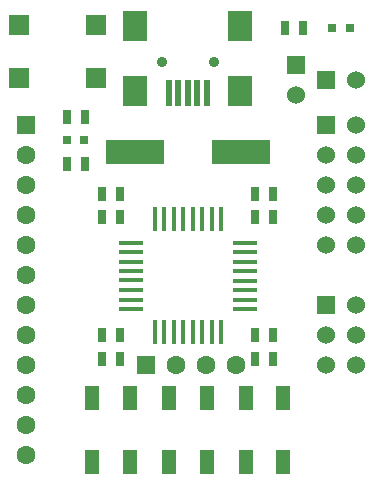
<source format=gts>
G04 (created by PCBNEW (22-Jun-2014 BZR 4027)-stable) date Tue Nov  3 08:39:22 2015*
%MOIN*%
G04 Gerber Fmt 3.4, Leading zero omitted, Abs format*
%FSLAX34Y34*%
G01*
G70*
G90*
G04 APERTURE LIST*
%ADD10C,0.00590551*%
%ADD11R,0.0177X0.0787*%
%ADD12R,0.0787X0.0177*%
%ADD13R,0.0197X0.0906*%
%ADD14R,0.0787X0.0984*%
%ADD15C,0.0354*%
%ADD16R,0.06X0.06*%
%ADD17C,0.06*%
%ADD18R,0.19685X0.0787402*%
%ADD19R,0.0472X0.0787*%
%ADD20R,0.07X0.07*%
%ADD21C,0.0629921*%
%ADD22R,0.025X0.045*%
%ADD23R,0.0314X0.0314*%
G04 APERTURE END LIST*
G54D10*
G54D11*
X44576Y-46529D03*
X44891Y-46529D03*
X45206Y-46529D03*
X45521Y-46529D03*
X45836Y-46529D03*
X46151Y-46529D03*
X46466Y-46529D03*
X46781Y-46529D03*
X46779Y-50295D03*
X44569Y-50295D03*
X44889Y-50295D03*
X45209Y-50295D03*
X45519Y-50295D03*
X45839Y-50295D03*
X46149Y-50295D03*
X46469Y-50295D03*
G54D12*
X47569Y-47313D03*
X47569Y-47627D03*
X47569Y-47943D03*
X47569Y-48257D03*
X47569Y-48573D03*
X47569Y-48887D03*
X47569Y-49203D03*
X47569Y-49517D03*
X43789Y-47315D03*
X43789Y-47625D03*
X43789Y-47945D03*
X43789Y-48255D03*
X43789Y-48565D03*
X43789Y-48885D03*
X43789Y-49205D03*
X43789Y-49525D03*
G54D13*
X46299Y-42302D03*
X45984Y-42302D03*
X45669Y-42302D03*
X45354Y-42302D03*
X45039Y-42302D03*
G54D14*
X47421Y-42263D03*
X47421Y-40098D03*
X43917Y-42263D03*
X43917Y-40098D03*
G54D15*
X46535Y-41279D03*
X44803Y-41279D03*
G54D16*
X50263Y-43370D03*
G54D17*
X51263Y-43370D03*
X50263Y-44370D03*
X51263Y-44370D03*
X50263Y-45370D03*
X51263Y-45370D03*
X50263Y-46370D03*
X51263Y-46370D03*
X50263Y-47370D03*
X51263Y-47370D03*
G54D16*
X50263Y-49370D03*
G54D17*
X51263Y-49370D03*
X50263Y-50370D03*
X51263Y-50370D03*
X50263Y-51370D03*
X51263Y-51370D03*
G54D18*
X47440Y-44291D03*
X43897Y-44291D03*
G54D19*
X48858Y-52480D03*
X47598Y-52480D03*
X47598Y-54606D03*
X48858Y-54606D03*
X46299Y-52480D03*
X45039Y-52480D03*
X45039Y-54606D03*
X46299Y-54606D03*
G54D20*
X40058Y-40058D03*
X42618Y-40058D03*
X40058Y-41830D03*
X42618Y-41830D03*
G54D16*
X50263Y-41870D03*
G54D17*
X51263Y-41870D03*
G54D16*
X49263Y-41370D03*
G54D17*
X49263Y-42370D03*
G54D16*
X40263Y-43370D03*
G54D21*
X40263Y-44370D03*
X40263Y-45370D03*
X40263Y-46370D03*
X40263Y-47370D03*
X40263Y-48370D03*
X40263Y-49370D03*
X40263Y-50370D03*
X40263Y-51370D03*
X40263Y-52370D03*
X40263Y-53370D03*
X40263Y-54370D03*
G54D19*
X43740Y-52480D03*
X42480Y-52480D03*
X42480Y-54606D03*
X43740Y-54606D03*
G54D22*
X47928Y-46456D03*
X48528Y-46456D03*
X48912Y-40157D03*
X49512Y-40157D03*
X42229Y-44685D03*
X41629Y-44685D03*
X47928Y-45669D03*
X48528Y-45669D03*
X43410Y-45669D03*
X42810Y-45669D03*
X48528Y-51181D03*
X47928Y-51181D03*
X43410Y-46456D03*
X42810Y-46456D03*
X43410Y-50393D03*
X42810Y-50393D03*
X43410Y-51181D03*
X42810Y-51181D03*
X48528Y-50393D03*
X47928Y-50393D03*
G54D23*
X50492Y-40157D03*
X51082Y-40157D03*
X41634Y-43897D03*
X42224Y-43897D03*
G54D22*
X41629Y-43110D03*
X42229Y-43110D03*
G54D16*
X44263Y-51370D03*
G54D21*
X45263Y-51370D03*
X46263Y-51370D03*
X47263Y-51370D03*
M02*

</source>
